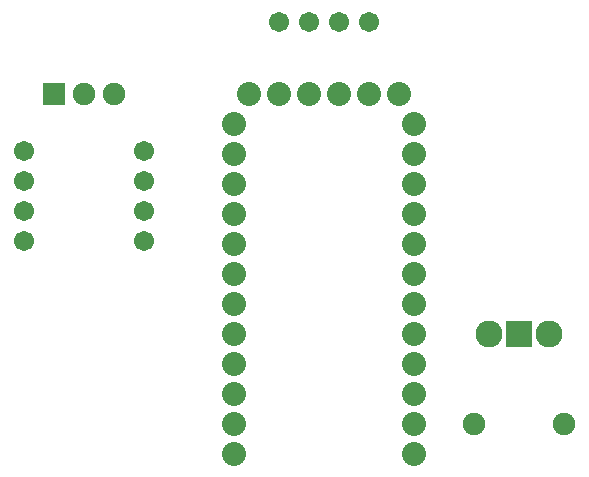
<source format=gbs>
G04 (created by PCBNEW-RS274X (2012-apr-16-27)-stable) date Tue 24 Jun 2014 04:12:54 AM EDT*
G01*
G70*
G90*
%MOIN*%
G04 Gerber Fmt 3.4, Leading zero omitted, Abs format*
%FSLAX34Y34*%
G04 APERTURE LIST*
%ADD10C,0.006000*%
%ADD11C,0.067200*%
%ADD12C,0.090000*%
%ADD13R,0.090000X0.090000*%
%ADD14C,0.080000*%
%ADD15C,0.075000*%
%ADD16R,0.075000X0.075000*%
G04 APERTURE END LIST*
G54D10*
G54D11*
X53500Y-40400D03*
X53500Y-39400D03*
X53500Y-38400D03*
X53500Y-37400D03*
X49500Y-37400D03*
X49500Y-38400D03*
X49500Y-39400D03*
X49500Y-40400D03*
G54D12*
X65000Y-43500D03*
G54D13*
X66000Y-43500D03*
G54D12*
X67000Y-43500D03*
G54D14*
X56500Y-47500D03*
X62500Y-43500D03*
X62500Y-42500D03*
X56500Y-42500D03*
X56500Y-43500D03*
X62500Y-46500D03*
X62500Y-45500D03*
X62500Y-44500D03*
X56500Y-44500D03*
X56500Y-45500D03*
X56500Y-46500D03*
X62500Y-41500D03*
X62500Y-40500D03*
X62500Y-39500D03*
X56500Y-39500D03*
X56500Y-40500D03*
X56500Y-41500D03*
X62500Y-38500D03*
X62500Y-37500D03*
X62500Y-36500D03*
X57000Y-35500D03*
X58000Y-35500D03*
X59000Y-35500D03*
X60000Y-35500D03*
X61000Y-35500D03*
X62000Y-35500D03*
X56500Y-36500D03*
X56500Y-37500D03*
X56500Y-38500D03*
X62500Y-47500D03*
G54D15*
X64500Y-46500D03*
X67500Y-46500D03*
G54D16*
X50500Y-35500D03*
G54D15*
X51500Y-35500D03*
X52500Y-35500D03*
G54D11*
X58000Y-33100D03*
X59000Y-33100D03*
X60000Y-33100D03*
X61000Y-33100D03*
M02*

</source>
